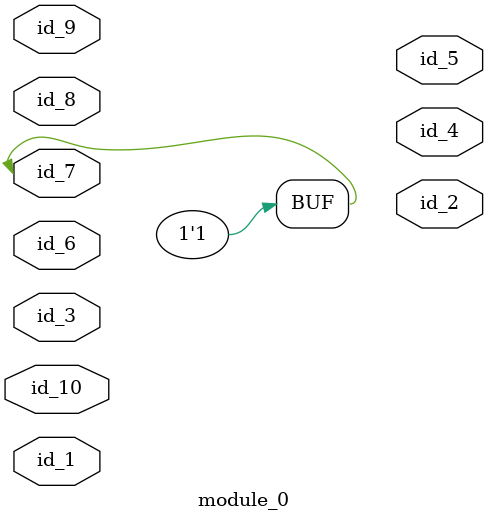
<source format=v>
module module_0 (
    id_1,
    id_2,
    id_3,
    id_4,
    id_5,
    id_6,
    id_7,
    id_8,
    id_9,
    id_10
);
  input id_10;
  input id_9;
  inout id_8;
  inout id_7;
  inout id_6;
  output id_5;
  output id_4;
  inout id_3;
  output id_2;
  inout id_1;
  assign id_7 = 1;
  assign id_6 = id_6;
endmodule

</source>
